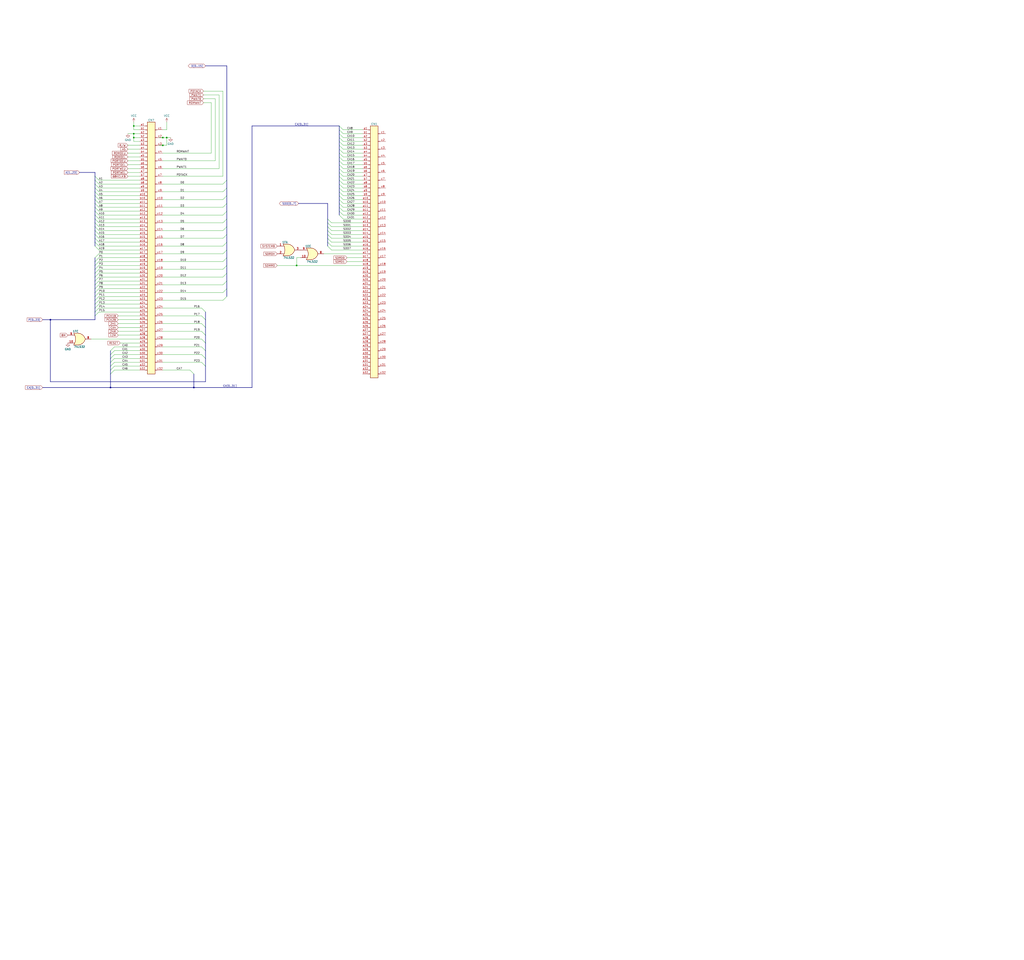
<source format=kicad_sch>
(kicad_sch (version 20230121) (generator eeschema)
  (paper "User" 670.814 629.361)
  (lib_symbols
    (symbol "0-Custom-SNK:DIN41612_03x32_AC" (pin_names (offset 1.016) hide)
      (property "Reference" "J" (at -2.54 86.36 0))
      (property "Value" "DIN41612_03x32_AC" (at 20.32 -5.08 0))
      (symbol "DIN41612_03x32_AC_1_1"
        (rectangle (start -3.81 -78.613) (end -2.54 -78.867) (stroke (width 0.1524)))
        (rectangle (start -3.81 -76.073) (end -2.54 -76.327) (stroke (width 0.1524)))
        (rectangle (start -3.81 -73.533) (end -2.54 -73.787) (stroke (width 0.1524)))
        (rectangle (start -3.81 -70.993) (end -2.54 -71.247) (stroke (width 0.1524)))
        (rectangle (start -3.81 -68.453) (end -2.54 -68.707) (stroke (width 0.1524)))
        (rectangle (start -3.81 -65.913) (end -2.54 -66.167) (stroke (width 0.1524)))
        (rectangle (start -3.81 -63.373) (end -2.54 -63.627) (stroke (width 0.1524)))
        (rectangle (start -3.81 -60.833) (end -2.54 -61.087) (stroke (width 0.1524)))
        (rectangle (start -3.81 -58.293) (end -2.54 -58.547) (stroke (width 0.1524)))
        (rectangle (start -3.81 -55.753) (end -2.54 -56.007) (stroke (width 0.1524)))
        (rectangle (start -3.81 -53.213) (end -2.54 -53.467) (stroke (width 0.1524)))
        (rectangle (start -3.81 -50.673) (end -2.54 -50.927) (stroke (width 0.1524)))
        (rectangle (start -3.81 -48.133) (end -2.54 -48.387) (stroke (width 0.1524)))
        (rectangle (start -3.81 -45.593) (end -2.54 -45.847) (stroke (width 0.1524)))
        (rectangle (start -3.81 -43.053) (end -2.54 -43.307) (stroke (width 0.1524)))
        (rectangle (start -3.81 -40.513) (end -2.54 -40.767) (stroke (width 0.1524)))
        (rectangle (start -3.81 -37.973) (end -2.54 -38.227) (stroke (width 0.1524)))
        (rectangle (start -3.81 -35.433) (end -2.54 -35.687) (stroke (width 0.1524)))
        (rectangle (start -3.81 -32.893) (end -2.54 -33.147) (stroke (width 0.1524)))
        (rectangle (start -3.81 -30.353) (end -2.54 -30.607) (stroke (width 0.1524)))
        (rectangle (start -3.81 -27.813) (end -2.54 -28.067) (stroke (width 0.1524)))
        (rectangle (start -3.81 -25.273) (end -2.54 -25.527) (stroke (width 0.1524)))
        (rectangle (start -3.81 -22.733) (end -2.54 -22.987) (stroke (width 0.1524)))
        (rectangle (start -3.81 -20.193) (end -2.54 -20.447) (stroke (width 0.1524)))
        (rectangle (start -3.81 -17.653) (end -2.54 -17.907) (stroke (width 0.1524)))
        (rectangle (start -3.81 -15.113) (end -2.54 -15.367) (stroke (width 0.1524)))
        (rectangle (start -3.81 -12.573) (end -2.54 -12.827) (stroke (width 0.1524)))
        (rectangle (start -3.81 -10.033) (end -2.54 -10.287) (stroke (width 0.1524)))
        (rectangle (start -3.81 -7.493) (end -2.54 -7.747) (stroke (width 0.1524)))
        (rectangle (start -3.81 -4.953) (end -2.54 -5.207) (stroke (width 0.1524)))
        (rectangle (start -3.81 -2.413) (end -2.54 -2.667) (stroke (width 0.1524)))
        (rectangle (start -3.81 0.127) (end -2.54 -0.127) (stroke (width 0.1524)))
        (rectangle (start -3.81 2.667) (end -2.54 2.413) (stroke (width 0.1524)))
        (rectangle (start -3.81 5.207) (end -2.54 4.953) (stroke (width 0.1524)))
        (rectangle (start -3.81 7.747) (end -2.54 7.493) (stroke (width 0.1524)))
        (rectangle (start -3.81 10.287) (end -2.54 10.033) (stroke (width 0.1524)))
        (rectangle (start -3.81 12.827) (end -2.54 12.573) (stroke (width 0.1524)))
        (rectangle (start -3.81 15.367) (end -2.54 15.113) (stroke (width 0.1524)))
        (rectangle (start -3.81 17.907) (end -2.54 17.653) (stroke (width 0.1524)))
        (rectangle (start -3.81 20.447) (end -2.54 20.193) (stroke (width 0.1524)))
        (rectangle (start -3.81 22.987) (end -2.54 22.733) (stroke (width 0.1524)))
        (rectangle (start -3.81 25.527) (end -2.54 25.273) (stroke (width 0.1524)))
        (rectangle (start -3.81 28.067) (end -2.54 27.813) (stroke (width 0.1524)))
        (rectangle (start -3.81 30.607) (end -2.54 30.353) (stroke (width 0.1524)))
        (rectangle (start -3.81 33.147) (end -2.54 32.893) (stroke (width 0.1524)))
        (rectangle (start -3.81 35.687) (end -2.54 35.433) (stroke (width 0.1524)))
        (rectangle (start -3.81 38.227) (end -2.54 37.973) (stroke (width 0.1524)))
        (rectangle (start -3.81 40.767) (end -2.54 40.513) (stroke (width 0.1524)))
        (rectangle (start -3.81 43.307) (end -2.54 43.053) (stroke (width 0.1524)))
        (rectangle (start -3.81 45.847) (end -2.54 45.593) (stroke (width 0.1524)))
        (rectangle (start -3.81 48.387) (end -2.54 48.133) (stroke (width 0.1524)))
        (rectangle (start -3.81 50.927) (end -2.54 50.673) (stroke (width 0.1524)))
        (rectangle (start -3.81 53.467) (end -2.54 53.213) (stroke (width 0.1524)))
        (rectangle (start -3.81 56.007) (end -2.54 55.753) (stroke (width 0.1524)))
        (rectangle (start -3.81 58.547) (end -2.54 58.293) (stroke (width 0.1524)))
        (rectangle (start -3.81 61.087) (end -2.54 60.833) (stroke (width 0.1524)))
        (rectangle (start -3.81 63.627) (end -2.54 63.373) (stroke (width 0.1524)))
        (rectangle (start -3.81 66.167) (end -2.54 65.913) (stroke (width 0.1524)))
        (rectangle (start -3.81 68.707) (end -2.54 68.453) (stroke (width 0.1524)))
        (rectangle (start -3.81 71.247) (end -2.54 70.993) (stroke (width 0.1524)))
        (rectangle (start -3.81 73.787) (end -2.54 73.533) (stroke (width 0.1524)))
        (rectangle (start -3.81 76.327) (end -2.54 76.073) (stroke (width 0.1524)))
        (rectangle (start -3.81 78.867) (end -2.54 78.613) (stroke (width 0.1524)))
        (rectangle (start -3.81 81.407) (end -2.54 81.153) (stroke (width 0.1524)))
        (rectangle (start -2.54 83.82) (end 2.54 -81.28) (stroke (width 0.254)) (fill (type background)))
        (rectangle (start 2.54 -73.533) (end 3.81 -73.787) (stroke (width 0.1524)))
        (rectangle (start 2.54 -68.453) (end 3.81 -68.707) (stroke (width 0.1524)))
        (rectangle (start 2.54 -48.133) (end 3.81 -48.387) (stroke (width 0.1524)))
        (rectangle (start 3.81 -78.613) (end 2.54 -78.867) (stroke (width 0.1524)))
        (rectangle (start 3.81 -63.373) (end 2.54 -63.627) (stroke (width 0.1524)))
        (rectangle (start 3.81 -58.293) (end 2.54 -58.547) (stroke (width 0.1524)))
        (rectangle (start 3.81 -53.213) (end 2.54 -53.467) (stroke (width 0.1524)))
        (rectangle (start 3.81 -43.053) (end 2.54 -43.307) (stroke (width 0.1524)))
        (rectangle (start 3.81 -37.973) (end 2.54 -38.227) (stroke (width 0.1524)))
        (rectangle (start 3.81 -32.893) (end 2.54 -33.147) (stroke (width 0.1524)))
        (rectangle (start 3.81 -27.813) (end 2.54 -28.067) (stroke (width 0.1524)))
        (rectangle (start 3.81 -22.733) (end 2.54 -22.987) (stroke (width 0.1524)))
        (rectangle (start 3.81 -17.653) (end 2.54 -17.907) (stroke (width 0.1524)))
        (rectangle (start 3.81 -12.573) (end 2.54 -12.827) (stroke (width 0.1524)))
        (rectangle (start 3.81 -7.493) (end 2.54 -7.747) (stroke (width 0.1524)))
        (rectangle (start 3.81 -2.413) (end 2.54 -2.667) (stroke (width 0.1524)))
        (rectangle (start 3.81 2.667) (end 2.54 2.413) (stroke (width 0.1524)))
        (rectangle (start 3.81 7.747) (end 2.54 7.493) (stroke (width 0.1524)))
        (rectangle (start 3.81 12.827) (end 2.54 12.573) (stroke (width 0.1524)))
        (rectangle (start 3.81 17.907) (end 2.54 17.653) (stroke (width 0.1524)))
        (rectangle (start 3.81 22.987) (end 2.54 22.733) (stroke (width 0.1524)))
        (rectangle (start 3.81 28.067) (end 2.54 27.813) (stroke (width 0.1524)))
        (rectangle (start 3.81 33.147) (end 2.54 32.893) (stroke (width 0.1524)))
        (rectangle (start 3.81 38.227) (end 2.54 37.973) (stroke (width 0.1524)))
        (rectangle (start 3.81 43.307) (end 2.54 43.053) (stroke (width 0.1524)))
        (rectangle (start 3.81 48.387) (end 2.54 48.133) (stroke (width 0.1524)))
        (rectangle (start 3.81 53.467) (end 2.54 53.213) (stroke (width 0.1524)))
        (rectangle (start 3.81 58.547) (end 2.54 58.293) (stroke (width 0.1524)))
        (rectangle (start 3.81 63.627) (end 2.54 63.373) (stroke (width 0.1524)))
        (rectangle (start 3.81 68.707) (end 2.54 68.453) (stroke (width 0.1524)))
        (rectangle (start 3.81 73.787) (end 2.54 73.533) (stroke (width 0.1524)))
        (rectangle (start 3.81 78.867) (end 2.54 78.613) (stroke (width 0.1524)))
        (pin passive line (at -7.62 81.28 0) (length 3.81) (name "Pin_a1") (number "a1"))
        (pin passive line (at -7.62 35.56 0) (length 3.81) (name "Pin_a10") (number "a10"))
        (pin passive line (at -7.62 30.48 0) (length 3.81) (name "Pin_a11") (number "a11"))
        (pin passive line (at -7.62 25.4 0) (length 3.81) (name "Pin_a12") (number "a12"))
        (pin passive line (at -7.62 20.32 0) (length 3.81) (name "Pin_a13") (number "a13"))
        (pin passive line (at -7.62 15.24 0) (length 3.81) (name "Pin_a14") (number "a14"))
        (pin passive line (at -7.62 10.16 0) (length 3.81) (name "Pin_a15") (number "a15"))
        (pin passive line (at -7.62 5.08 0) (length 3.81) (name "Pin_a16") (number "a16"))
        (pin passive line (at -7.62 0 0) (length 3.81) (name "Pin_a17") (number "a17"))
        (pin passive line (at -7.62 -5.08 0) (length 3.81) (name "Pin_a18") (number "a18"))
        (pin passive line (at -7.62 -10.16 0) (length 3.81) (name "Pin_a19") (number "a19"))
        (pin passive line (at -7.62 76.2 0) (length 3.81) (name "Pin_a2") (number "a2"))
        (pin passive line (at -7.62 -15.24 0) (length 3.81) (name "Pin_a20") (number "a20"))
        (pin passive line (at -7.62 -20.32 0) (length 3.81) (name "Pin_a21") (number "a21"))
        (pin passive line (at -7.62 -25.4 0) (length 3.81) (name "Pin_a22") (number "a22"))
        (pin passive line (at -7.62 -30.48 0) (length 3.81) (name "Pin_a23") (number "a23"))
        (pin passive line (at -7.62 -35.56 0) (length 3.81) (name "Pin_a24") (number "a24"))
        (pin passive line (at -7.62 -40.64 0) (length 3.81) (name "Pin_a25") (number "a25"))
        (pin passive line (at -7.62 -45.72 0) (length 3.81) (name "Pin_a26") (number "a26"))
        (pin passive line (at -7.62 -50.8 0) (length 3.81) (name "Pin_a27") (number "a27"))
        (pin passive line (at -7.62 -55.88 0) (length 3.81) (name "Pin_a28") (number "a28"))
        (pin passive line (at -7.62 -60.96 0) (length 3.81) (name "Pin_a29") (number "a29"))
        (pin passive line (at -7.62 71.12 0) (length 3.81) (name "Pin_a3") (number "a3"))
        (pin passive line (at -7.62 -66.04 0) (length 3.81) (name "Pin_a30") (number "a30"))
        (pin passive line (at -7.62 -71.12 0) (length 3.81) (name "Pin_a31") (number "a31"))
        (pin passive line (at -7.62 -76.2 0) (length 3.81) (name "Pin_a32") (number "a32"))
        (pin passive line (at -7.62 66.04 0) (length 3.81) (name "Pin_a4") (number "a4"))
        (pin passive line (at -7.62 60.96 0) (length 3.81) (name "Pin_a5") (number "a5"))
        (pin passive line (at -7.62 55.88 0) (length 3.81) (name "Pin_a6") (number "a6"))
        (pin passive line (at -7.62 50.8 0) (length 3.81) (name "Pin_a7") (number "a7"))
        (pin passive line (at -7.62 45.72 0) (length 3.81) (name "Pin_a8") (number "a8"))
        (pin passive line (at -7.62 40.64 0) (length 3.81) (name "Pin_a9") (number "a9"))
        (pin passive line (at -7.62 78.74 0) (length 3.81) (name "Pin_a1") (number "b1"))
        (pin passive line (at -7.62 33.02 0) (length 3.81) (name "Pin_a10") (number "b10"))
        (pin passive line (at -7.62 27.94 0) (length 3.81) (name "Pin_a11") (number "b11"))
        (pin passive line (at -7.62 22.86 0) (length 3.81) (name "Pin_a12") (number "b12"))
        (pin passive line (at -7.62 17.78 0) (length 3.81) (name "Pin_a13") (number "b13"))
        (pin passive line (at -7.62 12.7 0) (length 3.81) (name "Pin_a14") (number "b14"))
        (pin passive line (at -7.62 7.62 0) (length 3.81) (name "Pin_a15") (number "b15"))
        (pin passive line (at -7.62 2.54 0) (length 3.81) (name "Pin_a16") (number "b16"))
        (pin passive line (at -7.62 -2.54 0) (length 3.81) (name "Pin_a17") (number "b17"))
        (pin passive line (at -7.62 -7.62 0) (length 3.81) (name "Pin_a18") (number "b18"))
        (pin passive line (at -7.62 -12.7 0) (length 3.81) (name "Pin_a19") (number "b19"))
        (pin passive line (at -7.62 73.66 0) (length 3.81) (name "Pin_a2") (number "b2"))
        (pin passive line (at -7.62 -17.78 0) (length 3.81) (name "Pin_a20") (number "b20"))
        (pin passive line (at -7.62 -22.86 0) (length 3.81) (name "Pin_a21") (number "b21"))
        (pin passive line (at -7.62 -27.94 0) (length 3.81) (name "Pin_a22") (number "b22"))
        (pin passive line (at -7.62 -33.02 0) (length 3.81) (name "Pin_a23") (number "b23"))
        (pin passive line (at -7.62 -38.1 0) (length 3.81) (name "Pin_a24") (number "b24"))
        (pin passive line (at -7.62 -43.18 0) (length 3.81) (name "Pin_a25") (number "b25"))
        (pin passive line (at -7.62 -48.26 0) (length 3.81) (name "Pin_a26") (number "b26"))
        (pin passive line (at -7.62 -53.34 0) (length 3.81) (name "Pin_a27") (number "b27"))
        (pin passive line (at -7.62 -58.42 0) (length 3.81) (name "Pin_a28") (number "b28"))
        (pin passive line (at -7.62 -63.5 0) (length 3.81) (name "Pin_a29") (number "b29"))
        (pin passive line (at -7.62 68.58 0) (length 3.81) (name "Pin_a3") (number "b3"))
        (pin passive line (at -7.62 -68.58 0) (length 3.81) (name "Pin_a30") (number "b30"))
        (pin passive line (at -7.62 -73.66 0) (length 3.81) (name "Pin_a31") (number "b31"))
        (pin passive line (at -7.62 -78.74 0) (length 3.81) (name "Pin_a32") (number "b32"))
        (pin passive line (at -7.62 63.5 0) (length 3.81) (name "Pin_a4") (number "b4"))
        (pin passive line (at -7.62 58.42 0) (length 3.81) (name "Pin_a5") (number "b5"))
        (pin passive line (at -7.62 53.34 0) (length 3.81) (name "Pin_a6") (number "b6"))
        (pin passive line (at -7.62 48.26 0) (length 3.81) (name "Pin_a7") (number "b7"))
        (pin passive line (at -7.62 43.18 0) (length 3.81) (name "Pin_a8") (number "b8"))
        (pin passive line (at -7.62 38.1 0) (length 3.81) (name "Pin_a9") (number "b9"))
        (pin passive line (at 7.62 78.74 180) (length 3.81) (name "Pin_c1") (number "c1"))
        (pin passive line (at 7.62 33.02 180) (length 3.81) (name "Pin_c10") (number "c10"))
        (pin passive line (at 7.62 27.94 180) (length 3.81) (name "Pin_c11") (number "c11"))
        (pin passive line (at 7.62 22.86 180) (length 3.81) (name "Pin_c12") (number "c12"))
        (pin passive line (at 7.62 17.78 180) (length 3.81) (name "Pin_c13") (number "c13"))
        (pin passive line (at 7.62 12.7 180) (length 3.81) (name "Pin_c14") (number "c14"))
        (pin passive line (at 7.62 7.62 180) (length 3.81) (name "Pin_c15") (number "c15"))
        (pin passive line (at 7.62 2.54 180) (length 3.81) (name "Pin_c16") (number "c16"))
        (pin passive line (at 7.62 -2.54 180) (length 3.81) (name "Pin_c17") (number "c17"))
        (pin passive line (at 7.62 -7.62 180) (length 3.81) (name "Pin_c18") (number "c18"))
        (pin passive line (at 7.62 -12.7 180) (length 3.81) (name "Pin_c19") (number "c19"))
        (pin passive line (at 7.62 73.66 180) (length 3.81) (name "Pin_c2") (number "c2"))
        (pin passive line (at 7.62 -17.78 180) (length 3.81) (name "Pin_c20") (number "c20"))
        (pin passive line (at 7.62 -22.86 180) (length 3.81) (name "Pin_c21") (number "c21"))
        (pin passive line (at 7.62 -27.94 180) (length 3.81) (name "Pin_c22") (number "c22"))
        (pin passive line (at 7.62 -33.02 180) (length 3.81) (name "Pin_c23") (number "c23"))
        (pin passive line (at 7.62 -38.1 180) (length 3.81) (name "Pin_c24") (number "c24"))
        (pin passive line (at 7.62 -43.18 180) (length 3.81) (name "Pin_c25") (number "c25"))
        (pin passive line (at 7.62 -48.26 180) (length 3.81) (name "Pin_c26") (number "c26"))
        (pin passive line (at 7.62 -53.34 180) (length 3.81) (name "Pin_c27") (number "c27"))
        (pin passive line (at 7.62 -58.42 180) (length 3.81) (name "Pin_c28") (number "c28"))
        (pin passive line (at 7.62 -63.5 180) (length 3.81) (name "Pin_c29") (number "c29"))
        (pin passive line (at 7.62 68.58 180) (length 3.81) (name "Pin_c3") (number "c3"))
        (pin passive line (at 7.62 -68.58 180) (length 3.81) (name "Pin_c30") (number "c30"))
        (pin passive line (at 7.62 -73.66 180) (length 3.81) (name "Pin_c31") (number "c31"))
        (pin passive line (at 7.62 -78.74 180) (length 3.81) (name "Pin_c32") (number "c32"))
        (pin passive line (at 7.62 63.5 180) (length 3.81) (name "Pin_c4") (number "c4"))
        (pin passive line (at 7.62 58.42 180) (length 3.81) (name "Pin_c5") (number "c5"))
        (pin passive line (at 7.62 53.34 180) (length 3.81) (name "Pin_c6") (number "c6"))
        (pin passive line (at 7.62 48.26 180) (length 3.81) (name "Pin_c7") (number "c7"))
        (pin passive line (at 7.62 43.18 180) (length 3.81) (name "Pin_c8") (number "c8"))
        (pin passive line (at 7.62 38.1 180) (length 3.81) (name "Pin_c9") (number "c9"))
      )
    )
    (symbol "74xx:74LS32" (pin_names (offset 1.016))
      (property "Reference" "U" (at 0 1.27 0))
      (property "Value" "74LS32" (at 0 -1.27 0))
      (symbol "74LS32_1_1"
        (arc (start -3.81 -3.81) (mid -2.589 0) (end -3.81 3.81) (stroke (width 0.254)))
        (arc (start -0.6096 -3.81) (mid 2.1842 -2.5851) (end 3.81 0) (stroke (width 0.254)) (fill (type background)))
        (polyline (pts (xy -3.81 -3.81) (xy -0.635 -3.81)) (stroke (width 0.254)) (fill (type background)))
        (polyline (pts (xy -3.81 3.81) (xy -0.635 3.81)) (stroke (width 0.254)) (fill (type background)))
        (polyline (pts (xy -0.635 3.81) (xy -3.81 3.81) (xy -3.81 3.81) (xy -3.556 3.4036) (xy -3.0226 2.2606) (xy -2.6924 1.0414) (xy -2.6162 -0.254) (xy -2.7686 -1.4986) (xy -3.175 -2.7178) (xy -3.81 -3.81) (xy -3.81 -3.81) (xy -0.635 -3.81)) (stroke (width -25.4)) (fill (type background)))
        (arc (start 3.81 0) (mid 2.1915 2.5936) (end -0.6096 3.81) (stroke (width 0.254)) (fill (type background)))
        (pin input line (at -7.62 2.54 0) (length 4.318) (name "~") (number "1"))
        (pin input line (at -7.62 -2.54 0) (length 4.318) (name "~") (number "2"))
        (pin output line (at 7.62 0 180) (length 3.81) (name "~") (number "3"))
      )
      (symbol "74LS32_1_2"
        (arc (start 0 -3.81) (mid 3.7934 0) (end 0 3.81) (stroke (width 0.254)) (fill (type background)))
        (polyline (pts (xy 0 3.81) (xy -3.81 3.81) (xy -3.81 -3.81) (xy 0 -3.81)) (stroke (width 0.254)) (fill (type background)))
        (pin input inverted (at -7.62 2.54 0) (length 3.81) (name "~") (number "1"))
        (pin input inverted (at -7.62 -2.54 0) (length 3.81) (name "~") (number "2"))
        (pin output inverted (at 7.62 0 180) (length 3.81) (name "~") (number "3"))
      )
      (symbol "74LS32_2_1"
        (arc (start -3.81 -3.81) (mid -2.589 0) (end -3.81 3.81) (stroke (width 0.254)))
        (arc (start -0.6096 -3.81) (mid 2.1842 -2.5851) (end 3.81 0) (stroke (width 0.254)) (fill (type background)))
        (polyline (pts (xy -3.81 -3.81) (xy -0.635 -3.81)) (stroke (width 0.254)) (fill (type background)))
        (polyline (pts (xy -3.81 3.81) (xy -0.635 3.81)) (stroke (width 0.254)) (fill (type background)))
        (polyline (pts (xy -0.635 3.81) (xy -3.81 3.81) (xy -3.81 3.81) (xy -3.556 3.4036) (xy -3.0226 2.2606) (xy -2.6924 1.0414) (xy -2.6162 -0.254) (xy -2.7686 -1.4986) (xy -3.175 -2.7178) (xy -3.81 -3.81) (xy -3.81 -3.81) (xy -0.635 -3.81)) (stroke (width -25.4)) (fill (type background)))
        (arc (start 3.81 0) (mid 2.1915 2.5936) (end -0.6096 3.81) (stroke (width 0.254)) (fill (type background)))
        (pin input line (at -7.62 2.54 0) (length 4.318) (name "~") (number "4"))
        (pin input line (at -7.62 -2.54 0) (length 4.318) (name "~") (number "5"))
        (pin output line (at 7.62 0 180) (length 3.81) (name "~") (number "6"))
      )
      (symbol "74LS32_2_2"
        (arc (start 0 -3.81) (mid 3.7934 0) (end 0 3.81) (stroke (width 0.254)) (fill (type background)))
        (polyline (pts (xy 0 3.81) (xy -3.81 3.81) (xy -3.81 -3.81) (xy 0 -3.81)) (stroke (width 0.254)) (fill (type background)))
        (pin input inverted (at -7.62 2.54 0) (length 3.81) (name "~") (number "4"))
        (pin input inverted (at -7.62 -2.54 0) (length 3.81) (name "~") (number "5"))
        (pin output inverted (at 7.62 0 180) (length 3.81) (name "~") (number "6"))
      )
      (symbol "74LS32_3_1"
        (arc (start -3.81 -3.81) (mid -2.589 0) (end -3.81 3.81) (stroke (width 0.254)))
        (arc (start -0.6096 -3.81) (mid 2.1842 -2.5851) (end 3.81 0) (stroke (width 0.254)) (fill (type background)))
        (polyline (pts (xy -3.81 -3.81) (xy -0.635 -3.81)) (stroke (width 0.254)) (fill (type background)))
        (polyline (pts (xy -3.81 3.81) (xy -0.635 3.81)) (stroke (width 0.254)) (fill (type background)))
        (polyline (pts (xy -0.635 3.81) (xy -3.81 3.81) (xy -3.81 3.81) (xy -3.556 3.4036) (xy -3.0226 2.2606) (xy -2.6924 1.0414) (xy -2.6162 -0.254) (xy -2.7686 -1.4986) (xy -3.175 -2.7178) (xy -3.81 -3.81) (xy -3.81 -3.81) (xy -0.635 -3.81)) (stroke (width -25.4)) (fill (type background)))
        (arc (start 3.81 0) (mid 2.1915 2.5936) (end -0.6096 3.81) (stroke (width 0.254)) (fill (type background)))
        (pin input line (at -7.62 -2.54 0) (length 4.318) (name "~") (number "10"))
        (pin output line (at 7.62 0 180) (length 3.81) (name "~") (number "8"))
        (pin input line (at -7.62 2.54 0) (length 4.318) (name "~") (number "9"))
      )
      (symbol "74LS32_3_2"
        (arc (start 0 -3.81) (mid 3.7934 0) (end 0 3.81) (stroke (width 0.254)) (fill (type background)))
        (polyline (pts (xy 0 3.81) (xy -3.81 3.81) (xy -3.81 -3.81) (xy 0 -3.81)) (stroke (width 0.254)) (fill (type background)))
        (pin input inverted (at -7.62 -2.54 0) (length 3.81) (name "~") (number "10"))
        (pin output inverted (at 7.62 0 180) (length 3.81) (name "~") (number "8"))
        (pin input inverted (at -7.62 2.54 0) (length 3.81) (name "~") (number "9"))
      )
      (symbol "74LS32_4_1"
        (arc (start -3.81 -3.81) (mid -2.589 0) (end -3.81 3.81) (stroke (width 0.254)))
        (arc (start -0.6096 -3.81) (mid 2.1842 -2.5851) (end 3.81 0) (stroke (width 0.254)) (fill (type background)))
        (polyline (pts (xy -3.81 -3.81) (xy -0.635 -3.81)) (stroke (width 0.254)) (fill (type background)))
        (polyline (pts (xy -3.81 3.81) (xy -0.635 3.81)) (stroke (width 0.254)) (fill (type background)))
        (polyline (pts (xy -0.635 3.81) (xy -3.81 3.81) (xy -3.81 3.81) (xy -3.556 3.4036) (xy -3.0226 2.2606) (xy -2.6924 1.0414) (xy -2.6162 -0.254) (xy -2.7686 -1.4986) (xy -3.175 -2.7178) (xy -3.81 -3.81) (xy -3.81 -3.81) (xy -0.635 -3.81)) (stroke (width -25.4)) (fill (type background)))
        (arc (start 3.81 0) (mid 2.1915 2.5936) (end -0.6096 3.81) (stroke (width 0.254)) (fill (type background)))
        (pin output line (at 7.62 0 180) (length 3.81) (name "~") (number "11"))
        (pin input line (at -7.62 2.54 0) (length 4.318) (name "~") (number "12"))
        (pin input line (at -7.62 -2.54 0) (length 4.318) (name "~") (number "13"))
      )
      (symbol "74LS32_4_2"
        (arc (start 0 -3.81) (mid 3.7934 0) (end 0 3.81) (stroke (width 0.254)) (fill (type background)))
        (polyline (pts (xy 0 3.81) (xy -3.81 3.81) (xy -3.81 -3.81) (xy 0 -3.81)) (stroke (width 0.254)) (fill (type background)))
        (pin output inverted (at 7.62 0 180) (length 3.81) (name "~") (number "11"))
        (pin input inverted (at -7.62 2.54 0) (length 3.81) (name "~") (number "12"))
        (pin input inverted (at -7.62 -2.54 0) (length 3.81) (name "~") (number "13"))
      )
      (symbol "74LS32_5_0"
        (pin power_in line (at 0 12.7 270) (length 5.08) (name "VCC") (number "14"))
        (pin power_in line (at 0 -12.7 90) (length 5.08) (name "GND") (number "7"))
      )
      (symbol "74LS32_5_1"
        (rectangle (start -5.08 7.62) (end 5.08 -7.62) (stroke (width 0.254)) (fill (type background)))
      )
    )
    (symbol "power:GND" (power) (pin_names (offset 0))
      (property "Value" "GND" (at 0 -3.81 0))
      (symbol "GND_0_1"
        (polyline (pts (xy 0 0) (xy 0 -1.27) (xy 1.27 -1.27) (xy 0 -2.54) (xy -1.27 -1.27) (xy 0 -1.27)))
      )
      (symbol "GND_1_1"
        (pin power_in line (at 0 0 270) (length 0) hide (name "GND") (number "1"))
      )
    )
    (symbol "power:VCC" (power) (pin_names (offset 0))
      (property "Value" "VCC" (at 0 3.81 0))
      (symbol "VCC_0_1"
        (polyline (pts (xy -0.762 1.27) (xy 0 2.54)))
        (polyline (pts (xy 0 0) (xy 0 2.54)))
        (polyline (pts (xy 0 2.54) (xy 0.762 1.27)))
      )
      (symbol "VCC_1_1"
        (pin power_in line (at 0 0 90) (length 0) hide (name "VCC") (number "1"))
      )
    )
  )
  (junction (at 127 254))
  (junction (at 194.31 173.99))
  (junction (at 87.63 90.17))
  (junction (at 106.68 90.17))
  (junction (at 33.02 209.55))
  (junction (at 106.68 95.25))
  (junction (at 109.22 90.17))
  (junction (at 87.63 87.63))
  (junction (at 87.63 82.55))
  (junction (at 72.39 254))
  (bus_entry (at 62.23 148.59) (size 2.54 2.54))
  (bus_entry (at 62.23 161.29) (size 2.54 2.54))
  (bus_entry (at 134.62 204.47) (size -2.54 -2.54))
  (bus_entry (at 148.59 179.07) (size -2.54 2.54))
  (bus_entry (at 222.25 133.35) (size 2.54 2.54))
  (bus_entry (at 62.23 118.11) (size 2.54 2.54))
  (bus_entry (at 222.25 140.97) (size 2.54 2.54))
  (bus_entry (at 148.59 148.59) (size -2.54 2.54))
  (bus_entry (at 62.23 189.23) (size 2.54 -2.54))
  (bus_entry (at 62.23 204.47) (size 2.54 -2.54))
  (bus_entry (at 222.25 113.03) (size 2.54 2.54))
  (bus_entry (at 62.23 156.21) (size 2.54 2.54))
  (bus_entry (at 222.25 115.57) (size 2.54 2.54))
  (bus_entry (at 134.62 219.71) (size -2.54 -2.54))
  (bus_entry (at 62.23 143.51) (size 2.54 2.54))
  (bus_entry (at 62.23 181.61) (size 2.54 -2.54))
  (bus_entry (at 222.25 120.65) (size 2.54 2.54))
  (bus_entry (at 222.25 123.19) (size 2.54 2.54))
  (bus_entry (at 62.23 196.85) (size 2.54 -2.54))
  (bus_entry (at 62.23 194.31) (size 2.54 -2.54))
  (bus_entry (at 222.25 135.89) (size 2.54 2.54))
  (bus_entry (at 148.59 133.35) (size -2.54 2.54))
  (bus_entry (at 222.25 85.09) (size 2.54 2.54))
  (bus_entry (at 222.25 125.73) (size 2.54 2.54))
  (bus_entry (at 222.25 102.87) (size 2.54 2.54))
  (bus_entry (at 214.63 161.29) (size 2.54 2.54))
  (bus_entry (at 214.63 153.67) (size 2.54 2.54))
  (bus_entry (at 134.62 209.55) (size -2.54 -2.54))
  (bus_entry (at 148.59 138.43) (size -2.54 2.54))
  (bus_entry (at 134.62 234.95) (size -2.54 -2.54))
  (bus_entry (at 62.23 151.13) (size 2.54 2.54))
  (bus_entry (at 62.23 199.39) (size 2.54 -2.54))
  (bus_entry (at 62.23 153.67) (size 2.54 2.54))
  (bus_entry (at 148.59 194.31) (size -2.54 2.54))
  (bus_entry (at 62.23 186.69) (size 2.54 -2.54))
  (bus_entry (at 148.59 158.75) (size -2.54 2.54))
  (bus_entry (at 62.23 168.91) (size 2.54 -2.54))
  (bus_entry (at 62.23 123.19) (size 2.54 2.54))
  (bus_entry (at 148.59 168.91) (size -2.54 2.54))
  (bus_entry (at 62.23 171.45) (size 2.54 -2.54))
  (bus_entry (at 127 245.11) (size -2.54 -2.54))
  (bus_entry (at 222.25 130.81) (size 2.54 2.54))
  (bus_entry (at 72.39 245.11) (size 2.54 -2.54))
  (bus_entry (at 134.62 224.79) (size -2.54 -2.54))
  (bus_entry (at 62.23 201.93) (size 2.54 -2.54))
  (bus_entry (at 62.23 179.07) (size 2.54 -2.54))
  (bus_entry (at 62.23 138.43) (size 2.54 2.54))
  (bus_entry (at 62.23 158.75) (size 2.54 2.54))
  (bus_entry (at 72.39 240.03) (size 2.54 -2.54))
  (bus_entry (at 148.59 184.15) (size -2.54 2.54))
  (bus_entry (at 222.25 138.43) (size 2.54 2.54))
  (bus_entry (at 62.23 140.97) (size 2.54 2.54))
  (bus_entry (at 214.63 151.13) (size 2.54 2.54))
  (bus_entry (at 62.23 176.53) (size 2.54 -2.54))
  (bus_entry (at 62.23 130.81) (size 2.54 2.54))
  (bus_entry (at 148.59 173.99) (size -2.54 2.54))
  (bus_entry (at 62.23 184.15) (size 2.54 -2.54))
  (bus_entry (at 62.23 115.57) (size 2.54 2.54))
  (bus_entry (at 148.59 153.67) (size -2.54 2.54))
  (bus_entry (at 134.62 229.87) (size -2.54 -2.54))
  (bus_entry (at 148.59 128.27) (size -2.54 2.54))
  (bus_entry (at 222.25 107.95) (size 2.54 2.54))
  (bus_entry (at 62.23 128.27) (size 2.54 2.54))
  (bus_entry (at 134.62 240.03) (size -2.54 -2.54))
  (bus_entry (at 62.23 173.99) (size 2.54 -2.54))
  (bus_entry (at 222.25 90.17) (size 2.54 2.54))
  (bus_entry (at 148.59 143.51) (size -2.54 2.54))
  (bus_entry (at 222.25 118.11) (size 2.54 2.54))
  (bus_entry (at 134.62 214.63) (size -2.54 -2.54))
  (bus_entry (at 214.63 143.51) (size 2.54 2.54))
  (bus_entry (at 72.39 234.95) (size 2.54 -2.54))
  (bus_entry (at 62.23 125.73) (size 2.54 2.54))
  (bus_entry (at 62.23 191.77) (size 2.54 -2.54))
  (bus_entry (at 222.25 92.71) (size 2.54 2.54))
  (bus_entry (at 222.25 97.79) (size 2.54 2.54))
  (bus_entry (at 222.25 82.55) (size 2.54 2.54))
  (bus_entry (at 214.63 146.05) (size 2.54 2.54))
  (bus_entry (at 214.63 156.21) (size 2.54 2.54))
  (bus_entry (at 62.23 146.05) (size 2.54 2.54))
  (bus_entry (at 62.23 133.35) (size 2.54 2.54))
  (bus_entry (at 222.25 87.63) (size 2.54 2.54))
  (bus_entry (at 62.23 207.01) (size 2.54 -2.54))
  (bus_entry (at 148.59 123.19) (size -2.54 2.54))
  (bus_entry (at 62.23 120.65) (size 2.54 2.54))
  (bus_entry (at 148.59 189.23) (size -2.54 2.54))
  (bus_entry (at 214.63 158.75) (size 2.54 2.54))
  (bus_entry (at 222.25 100.33) (size 2.54 2.54))
  (bus_entry (at 72.39 242.57) (size 2.54 -2.54))
  (bus_entry (at 222.25 128.27) (size 2.54 2.54))
  (bus_entry (at 222.25 105.41) (size 2.54 2.54))
  (bus_entry (at 222.25 110.49) (size 2.54 2.54))
  (bus_entry (at 148.59 163.83) (size -2.54 2.54))
  (bus_entry (at 72.39 237.49) (size 2.54 -2.54))
  (bus_entry (at 214.63 148.59) (size 2.54 2.54))
  (bus_entry (at 62.23 135.89) (size 2.54 2.54))
  (bus_entry (at 72.39 229.87) (size 2.54 -2.54))
  (bus_entry (at 222.25 95.25) (size 2.54 2.54))
  (bus_entry (at 148.59 118.11) (size -2.54 2.54))
  (bus_entry (at 72.39 232.41) (size 2.54 -2.54))
  (wire (pts (xy 87.63 92.71) (xy 87.63 90.17)))
  (wire (pts (xy 106.68 201.93) (xy 132.08 201.93)))
  (wire (pts (xy 224.79 87.63) (xy 237.49 87.63)))
  (wire (pts (xy 87.63 90.17) (xy 91.44 90.17)))
  (bus (pts (xy 62.23 113.03) (xy 62.23 115.57)))
  (wire (pts (xy 224.79 95.25) (xy 237.49 95.25)))
  (bus (pts (xy 62.23 156.21) (xy 62.23 158.75)))
  (wire (pts (xy 83.82 97.79) (xy 91.44 97.79)))
  (wire (pts (xy 140.97 64.77) (xy 140.97 105.41)))
  (wire (pts (xy 224.79 85.09) (xy 237.49 85.09)))
  (bus (pts (xy 214.63 156.21) (xy 214.63 158.75)))
  (wire (pts (xy 138.43 100.33) (xy 106.68 100.33)))
  (wire (pts (xy 106.68 171.45) (xy 146.05 171.45)))
  (wire (pts (xy 106.68 135.89) (xy 146.05 135.89)))
  (bus (pts (xy 148.59 148.59) (xy 148.59 153.67)))
  (bus (pts (xy 62.23 209.55) (xy 62.23 207.01)))
  (wire (pts (xy 106.68 217.17) (xy 132.08 217.17)))
  (wire (pts (xy 64.77 171.45) (xy 91.44 171.45)))
  (bus (pts (xy 148.59 153.67) (xy 148.59 158.75)))
  (wire (pts (xy 74.93 234.95) (xy 91.44 234.95)))
  (wire (pts (xy 196.85 168.91) (xy 194.31 168.91)))
  (bus (pts (xy 165.1 254) (xy 165.1 82.55)))
  (bus (pts (xy 222.25 128.27) (xy 222.25 125.73)))
  (wire (pts (xy 133.35 59.69) (xy 146.05 59.69)))
  (bus (pts (xy 148.59 163.83) (xy 148.59 168.91)))
  (bus (pts (xy 222.25 118.11) (xy 222.25 115.57)))
  (wire (pts (xy 106.68 130.81) (xy 146.05 130.81)))
  (wire (pts (xy 83.82 115.57) (xy 91.44 115.57)))
  (bus (pts (xy 148.59 138.43) (xy 148.59 143.51)))
  (wire (pts (xy 106.68 151.13) (xy 146.05 151.13)))
  (wire (pts (xy 133.35 67.31) (xy 138.43 67.31)))
  (wire (pts (xy 217.17 161.29) (xy 237.49 161.29)))
  (wire (pts (xy 106.68 237.49) (xy 132.08 237.49)))
  (wire (pts (xy 83.82 100.33) (xy 91.44 100.33)))
  (wire (pts (xy 109.22 80.01) (xy 109.22 85.09)))
  (wire (pts (xy 224.79 123.19) (xy 237.49 123.19)))
  (bus (pts (xy 222.25 87.63) (xy 222.25 85.09)))
  (bus (pts (xy 62.23 173.99) (xy 62.23 176.53)))
  (wire (pts (xy 64.77 186.69) (xy 91.44 186.69)))
  (wire (pts (xy 224.79 133.35) (xy 237.49 133.35)))
  (wire (pts (xy 83.82 102.87) (xy 91.44 102.87)))
  (wire (pts (xy 64.77 199.39) (xy 91.44 199.39)))
  (bus (pts (xy 72.39 234.95) (xy 72.39 237.49)))
  (bus (pts (xy 222.25 92.71) (xy 222.25 90.17)))
  (bus (pts (xy 62.23 153.67) (xy 62.23 156.21)))
  (wire (pts (xy 64.77 194.31) (xy 91.44 194.31)))
  (wire (pts (xy 64.77 125.73) (xy 91.44 125.73)))
  (wire (pts (xy 224.79 138.43) (xy 237.49 138.43)))
  (bus (pts (xy 62.23 120.65) (xy 62.23 123.19)))
  (wire (pts (xy 64.77 135.89) (xy 91.44 135.89)))
  (wire (pts (xy 224.79 97.79) (xy 237.49 97.79)))
  (wire (pts (xy 224.79 115.57) (xy 237.49 115.57)))
  (bus (pts (xy 222.25 85.09) (xy 222.25 82.55)))
  (bus (pts (xy 62.23 196.85) (xy 62.23 199.39)))
  (wire (pts (xy 87.63 82.55) (xy 91.44 82.55)))
  (wire (pts (xy 83.82 105.41) (xy 91.44 105.41)))
  (wire (pts (xy 143.51 62.23) (xy 143.51 110.49)))
  (bus (pts (xy 72.39 245.11) (xy 72.39 254)))
  (wire (pts (xy 104.14 90.17) (xy 106.68 90.17)))
  (bus (pts (xy 148.59 43.18) (xy 148.59 118.11)))
  (bus (pts (xy 72.39 229.87) (xy 72.39 232.41)))
  (wire (pts (xy 224.79 110.49) (xy 237.49 110.49)))
  (bus (pts (xy 222.25 100.33) (xy 222.25 97.79)))
  (wire (pts (xy 106.68 191.77) (xy 146.05 191.77)))
  (bus (pts (xy 214.63 158.75) (xy 214.63 161.29)))
  (wire (pts (xy 83.82 113.03) (xy 91.44 113.03)))
  (bus (pts (xy 127 245.11) (xy 127 254)))
  (bus (pts (xy 222.25 120.65) (xy 222.25 118.11)))
  (wire (pts (xy 106.68 186.69) (xy 146.05 186.69)))
  (wire (pts (xy 74.93 242.57) (xy 91.44 242.57)))
  (bus (pts (xy 148.59 189.23) (xy 148.59 194.31)))
  (wire (pts (xy 224.79 105.41) (xy 237.49 105.41)))
  (wire (pts (xy 224.79 130.81) (xy 237.49 130.81)))
  (bus (pts (xy 148.59 123.19) (xy 148.59 128.27)))
  (bus (pts (xy 222.25 90.17) (xy 222.25 87.63)))
  (wire (pts (xy 64.77 118.11) (xy 91.44 118.11)))
  (wire (pts (xy 106.68 207.01) (xy 132.08 207.01)))
  (wire (pts (xy 224.79 100.33) (xy 237.49 100.33)))
  (wire (pts (xy 64.77 181.61) (xy 91.44 181.61)))
  (wire (pts (xy 64.77 196.85) (xy 91.44 196.85)))
  (wire (pts (xy 106.68 166.37) (xy 146.05 166.37)))
  (wire (pts (xy 224.79 120.65) (xy 237.49 120.65)))
  (bus (pts (xy 222.25 97.79) (xy 222.25 95.25)))
  (wire (pts (xy 224.79 92.71) (xy 237.49 92.71)))
  (wire (pts (xy 64.77 151.13) (xy 91.44 151.13)))
  (bus (pts (xy 222.25 110.49) (xy 222.25 107.95)))
  (wire (pts (xy 106.68 176.53) (xy 146.05 176.53)))
  (wire (pts (xy 224.79 107.95) (xy 237.49 107.95)))
  (wire (pts (xy 64.77 173.99) (xy 91.44 173.99)))
  (bus (pts (xy 214.63 133.35) (xy 214.63 143.51)))
  (bus (pts (xy 62.23 115.57) (xy 62.23 118.11)))
  (bus (pts (xy 62.23 186.69) (xy 62.23 189.23)))
  (bus (pts (xy 62.23 148.59) (xy 62.23 151.13)))
  (bus (pts (xy 72.39 232.41) (xy 72.39 234.95)))
  (wire (pts (xy 74.93 227.33) (xy 91.44 227.33)))
  (bus (pts (xy 214.63 148.59) (xy 214.63 151.13)))
  (bus (pts (xy 127 254) (xy 165.1 254)))
  (bus (pts (xy 62.23 123.19) (xy 62.23 125.73)))
  (bus (pts (xy 214.63 153.67) (xy 214.63 156.21)))
  (wire (pts (xy 224.79 102.87) (xy 237.49 102.87)))
  (wire (pts (xy 83.82 107.95) (xy 91.44 107.95)))
  (wire (pts (xy 83.82 110.49) (xy 91.44 110.49)))
  (bus (pts (xy 148.59 179.07) (xy 148.59 184.15)))
  (bus (pts (xy 33.02 209.55) (xy 33.02 250.19)))
  (bus (pts (xy 222.25 102.87) (xy 222.25 100.33)))
  (bus (pts (xy 62.23 201.93) (xy 62.23 204.47)))
  (wire (pts (xy 64.77 184.15) (xy 91.44 184.15)))
  (wire (pts (xy 64.77 130.81) (xy 91.44 130.81)))
  (wire (pts (xy 104.14 95.25) (xy 106.68 95.25)))
  (wire (pts (xy 74.93 229.87) (xy 91.44 229.87)))
  (bus (pts (xy 62.23 140.97) (xy 62.23 143.51)))
  (bus (pts (xy 148.59 118.11) (xy 148.59 123.19)))
  (bus (pts (xy 62.23 128.27) (xy 62.23 130.81)))
  (bus (pts (xy 222.25 130.81) (xy 222.25 128.27)))
  (bus (pts (xy 62.23 189.23) (xy 62.23 191.77)))
  (wire (pts (xy 106.68 95.25) (xy 109.22 95.25)))
  (wire (pts (xy 91.44 92.71) (xy 87.63 92.71)))
  (bus (pts (xy 134.62 219.71) (xy 134.62 224.79)))
  (bus (pts (xy 62.23 118.11) (xy 62.23 120.65)))
  (wire (pts (xy 227.33 171.45) (xy 237.49 171.45)))
  (wire (pts (xy 138.43 67.31) (xy 138.43 100.33)))
  (wire (pts (xy 64.77 153.67) (xy 91.44 153.67)))
  (wire (pts (xy 64.77 204.47) (xy 91.44 204.47)))
  (wire (pts (xy 64.77 133.35) (xy 91.44 133.35)))
  (wire (pts (xy 224.79 128.27) (xy 237.49 128.27)))
  (wire (pts (xy 217.17 151.13) (xy 237.49 151.13)))
  (bus (pts (xy 62.23 179.07) (xy 62.23 181.61)))
  (bus (pts (xy 62.23 191.77) (xy 62.23 194.31)))
  (wire (pts (xy 106.68 232.41) (xy 132.08 232.41)))
  (wire (pts (xy 224.79 135.89) (xy 237.49 135.89)))
  (wire (pts (xy 64.77 189.23) (xy 91.44 189.23)))
  (wire (pts (xy 91.44 85.09) (xy 87.63 85.09)))
  (wire (pts (xy 64.77 179.07) (xy 91.44 179.07)))
  (wire (pts (xy 87.63 90.17) (xy 87.63 87.63)))
  (bus (pts (xy 148.59 173.99) (xy 148.59 179.07)))
  (bus (pts (xy 134.62 234.95) (xy 134.62 240.03)))
  (wire (pts (xy 224.79 90.17) (xy 237.49 90.17)))
  (bus (pts (xy 62.23 130.81) (xy 62.23 133.35)))
  (wire (pts (xy 224.79 118.11) (xy 237.49 118.11)))
  (wire (pts (xy 217.17 156.21) (xy 237.49 156.21)))
  (bus (pts (xy 222.25 133.35) (xy 222.25 130.81)))
  (wire (pts (xy 64.77 161.29) (xy 91.44 161.29)))
  (wire (pts (xy 106.68 146.05) (xy 146.05 146.05)))
  (bus (pts (xy 222.25 138.43) (xy 222.25 135.89)))
  (bus (pts (xy 72.39 237.49) (xy 72.39 240.03)))
  (bus (pts (xy 62.23 133.35) (xy 62.23 135.89)))
  (wire (pts (xy 106.68 161.29) (xy 146.05 161.29)))
  (bus (pts (xy 62.23 138.43) (xy 62.23 140.97)))
  (bus (pts (xy 134.62 204.47) (xy 134.62 209.55)))
  (bus (pts (xy 134.62 209.55) (xy 134.62 214.63)))
  (wire (pts (xy 64.77 128.27) (xy 91.44 128.27)))
  (wire (pts (xy 64.77 168.91) (xy 91.44 168.91)))
  (bus (pts (xy 134.62 43.18) (xy 148.59 43.18)))
  (wire (pts (xy 91.44 87.63) (xy 87.63 87.63)))
  (bus (pts (xy 134.62 224.79) (xy 134.62 229.87)))
  (wire (pts (xy 217.17 153.67) (xy 237.49 153.67)))
  (bus (pts (xy 62.23 125.73) (xy 62.23 128.27)))
  (wire (pts (xy 133.35 64.77) (xy 140.97 64.77)))
  (bus (pts (xy 148.59 128.27) (xy 148.59 133.35)))
  (wire (pts (xy 224.79 143.51) (xy 237.49 143.51)))
  (bus (pts (xy 134.62 214.63) (xy 134.62 219.71)))
  (bus (pts (xy 33.02 209.55) (xy 62.23 209.55)))
  (wire (pts (xy 181.61 173.99) (xy 194.31 173.99)))
  (wire (pts (xy 237.49 173.99) (xy 194.31 173.99)))
  (wire (pts (xy 74.93 232.41) (xy 91.44 232.41)))
  (bus (pts (xy 62.23 151.13) (xy 62.23 153.67)))
  (wire (pts (xy 217.17 163.83) (xy 237.49 163.83)))
  (bus (pts (xy 134.62 240.03) (xy 134.62 250.19)))
  (wire (pts (xy 106.68 242.57) (xy 124.46 242.57)))
  (wire (pts (xy 106.68 120.65) (xy 146.05 120.65)))
  (wire (pts (xy 64.77 143.51) (xy 91.44 143.51)))
  (wire (pts (xy 106.68 125.73) (xy 146.05 125.73)))
  (wire (pts (xy 64.77 138.43) (xy 91.44 138.43)))
  (wire (pts (xy 224.79 140.97) (xy 237.49 140.97)))
  (bus (pts (xy 222.25 105.41) (xy 222.25 102.87)))
  (wire (pts (xy 106.68 196.85) (xy 146.05 196.85)))
  (bus (pts (xy 165.1 82.55) (xy 222.25 82.55)))
  (bus (pts (xy 62.23 135.89) (xy 62.23 138.43)))
  (wire (pts (xy 109.22 95.25) (xy 109.22 90.17)))
  (bus (pts (xy 27.94 254) (xy 72.39 254)))
  (bus (pts (xy 52.07 113.03) (xy 62.23 113.03)))
  (wire (pts (xy 87.63 85.09) (xy 87.63 82.55)))
  (bus (pts (xy 62.23 199.39) (xy 62.23 201.93)))
  (wire (pts (xy 64.77 201.93) (xy 91.44 201.93)))
  (wire (pts (xy 140.97 105.41) (xy 106.68 105.41)))
  (bus (pts (xy 62.23 204.47) (xy 62.23 207.01)))
  (wire (pts (xy 77.47 212.09) (xy 91.44 212.09)))
  (bus (pts (xy 62.23 146.05) (xy 62.23 148.59)))
  (wire (pts (xy 83.82 95.25) (xy 91.44 95.25)))
  (wire (pts (xy 77.47 209.55) (xy 91.44 209.55)))
  (wire (pts (xy 224.79 113.03) (xy 237.49 113.03)))
  (bus (pts (xy 72.39 240.03) (xy 72.39 242.57)))
  (wire (pts (xy 64.77 163.83) (xy 91.44 163.83)))
  (bus (pts (xy 134.62 229.87) (xy 134.62 234.95)))
  (wire (pts (xy 217.17 148.59) (xy 237.49 148.59)))
  (wire (pts (xy 64.77 123.19) (xy 91.44 123.19)))
  (wire (pts (xy 77.47 219.71) (xy 91.44 219.71)))
  (bus (pts (xy 222.25 135.89) (xy 222.25 133.35)))
  (bus (pts (xy 214.63 151.13) (xy 214.63 153.67)))
  (wire (pts (xy 146.05 115.57) (xy 106.68 115.57)))
  (wire (pts (xy 74.93 237.49) (xy 91.44 237.49)))
  (wire (pts (xy 227.33 168.91) (xy 237.49 168.91)))
  (wire (pts (xy 133.35 62.23) (xy 143.51 62.23)))
  (bus (pts (xy 127 254) (xy 72.39 254)))
  (bus (pts (xy 148.59 133.35) (xy 148.59 138.43)))
  (wire (pts (xy 77.47 217.17) (xy 91.44 217.17)))
  (wire (pts (xy 224.79 125.73) (xy 237.49 125.73)))
  (bus (pts (xy 214.63 143.51) (xy 214.63 146.05)))
  (wire (pts (xy 64.77 156.21) (xy 91.44 156.21)))
  (bus (pts (xy 33.02 250.19) (xy 134.62 250.19)))
  (wire (pts (xy 106.68 212.09) (xy 132.08 212.09)))
  (wire (pts (xy 77.47 214.63) (xy 91.44 214.63)))
  (wire (pts (xy 64.77 176.53) (xy 91.44 176.53)))
  (bus (pts (xy 62.23 143.51) (xy 62.23 146.05)))
  (wire (pts (xy 143.51 110.49) (xy 106.68 110.49)))
  (bus (pts (xy 222.25 123.19) (xy 222.25 120.65)))
  (bus (pts (xy 148.59 184.15) (xy 148.59 189.23)))
  (bus (pts (xy 62.23 194.31) (xy 62.23 196.85)))
  (bus (pts (xy 222.25 125.73) (xy 222.25 123.19)))
  (bus (pts (xy 62.23 181.61) (xy 62.23 184.15)))
  (wire (pts (xy 106.68 90.17) (xy 109.22 90.17)))
  (wire (pts (xy 64.77 140.97) (xy 91.44 140.97)))
  (wire (pts (xy 106.68 222.25) (xy 132.08 222.25)))
  (wire (pts (xy 109.22 90.17) (xy 111.76 90.17)))
  (wire (pts (xy 217.17 146.05) (xy 237.49 146.05)))
  (wire (pts (xy 217.17 158.75) (xy 237.49 158.75)))
  (bus (pts (xy 62.23 176.53) (xy 62.23 179.07)))
  (bus (pts (xy 62.23 168.91) (xy 62.23 171.45)))
  (wire (pts (xy 194.31 168.91) (xy 194.31 173.99)))
  (bus (pts (xy 148.59 143.51) (xy 148.59 148.59)))
  (bus (pts (xy 62.23 171.45) (xy 62.23 173.99)))
  (bus (pts (xy 222.25 95.25) (xy 222.25 92.71)))
  (wire (pts (xy 77.47 207.01) (xy 91.44 207.01)))
  (wire (pts (xy 78.74 224.79) (xy 91.44 224.79)))
  (wire (pts (xy 106.68 227.33) (xy 132.08 227.33)))
  (wire (pts (xy 64.77 148.59) (xy 91.44 148.59)))
  (wire (pts (xy 64.77 146.05) (xy 91.44 146.05)))
  (bus (pts (xy 148.59 158.75) (xy 148.59 163.83)))
  (wire (pts (xy 106.68 140.97) (xy 146.05 140.97)))
  (wire (pts (xy 87.63 87.63) (xy 83.82 87.63)))
  (wire (pts (xy 87.63 82.55) (xy 87.63 80.01)))
  (wire (pts (xy 64.77 120.65) (xy 91.44 120.65)))
  (wire (pts (xy 106.68 181.61) (xy 146.05 181.61)))
  (wire (pts (xy 109.22 85.09) (xy 106.68 85.09)))
  (bus (pts (xy 62.23 158.75) (xy 62.23 161.29)))
  (bus (pts (xy 195.58 133.35) (xy 214.63 133.35)))
  (wire (pts (xy 59.69 222.25) (xy 91.44 222.25)))
  (bus (pts (xy 148.59 168.91) (xy 148.59 173.99)))
  (bus (pts (xy 222.25 113.03) (xy 222.25 110.49)))
  (bus (pts (xy 222.25 115.57) (xy 222.25 113.03)))
  (wire (pts (xy 212.09 166.37) (xy 237.49 166.37)))
  (wire (pts (xy 64.77 158.75) (xy 91.44 158.75)))
  (wire (pts (xy 64.77 191.77) (xy 91.44 191.77)))
  (bus (pts (xy 27.94 209.55) (xy 33.02 209.55)))
  (bus (pts (xy 222.25 140.97) (xy 222.25 138.43)))
  (bus (pts (xy 62.23 184.15) (xy 62.23 186.69)))
  (wire (pts (xy 106.68 156.21) (xy 146.05 156.21)))
  (bus (pts (xy 222.25 107.95) (xy 222.25 105.41)))
  (bus (pts (xy 214.63 146.05) (xy 214.63 148.59)))
  (wire (pts (xy 64.77 166.37) (xy 91.44 166.37)))
  (wire (pts (xy 146.05 59.69) (xy 146.05 115.57)))
  (bus (pts (xy 72.39 242.57) (xy 72.39 245.11)))
  (wire (pts (xy 74.93 240.03) (xy 91.44 240.03)))
  (label "CA9" (at 227.33 87.63 0))
  (label "D2" (at 118.11 130.81 0))
  (label "CA0" (at 80.01 227.33 0))
  (label "SDD7" (at 224.79 163.83 0))
  (label "CA[0..31]" (at 193.04 82.55 0))
  (label "P16" (at 127 201.93 0))
  (label "CA28" (at 227.33 135.89 0))
  (label "P6" (at 64.77 181.61 0))
  (label "D10" (at 118.11 171.45 0))
  (label "D4" (at 118.11 140.97 0))
  (label "P18" (at 127 212.09 0))
  (label "P2" (at 64.77 171.45 0))
  (label "CA18" (at 227.33 110.49 0))
  (label "D0" (at 118.11 120.65 0))
  (label "CA26" (at 227.33 130.81 0))
  (label "A15" (at 64.77 153.67 0))
  (label "CA23" (at 227.33 123.19 0))
  (label "CA31" (at 227.33 143.51 0))
  (label "D6" (at 118.11 151.13 0))
  (label "P11" (at 64.77 194.31 0))
  (label "CA21" (at 227.33 118.11 0))
  (label "CA4" (at 80.01 237.49 0))
  (label "A4" (at 64.77 125.73 0))
  (label "CA2" (at 80.01 232.41 0))
  (label "P12" (at 64.77 196.85 0))
  (label "CA24" (at 227.33 125.73 0))
  (label "P13" (at 64.77 199.39 0))
  (label "CA25" (at 227.33 128.27 0))
  (label "P20" (at 127 222.25 0))
  (label "A18" (at 64.77 161.29 0))
  (label "A16" (at 64.77 156.21 0))
  (label "CA16" (at 227.33 105.41 0))
  (label "CA[0..31]" (at 146.05 254 0))
  (label "D15" (at 118.11 196.85 0))
  (label "P19" (at 127 217.17 0))
  (label "A13" (at 64.77 148.59 0))
  (label "PDTACK" (at 115.57 115.57 0))
  (label "CA8" (at 227.33 85.09 0))
  (label "CA15" (at 227.33 102.87 0))
  (label "A14" (at 64.77 151.13 0))
  (label "D11" (at 118.11 176.53 0))
  (label "SDD5" (at 224.79 158.75 0))
  (label "A19" (at 64.77 163.83 0))
  (label "CA12" (at 227.33 95.25 0))
  (label "P10" (at 64.77 191.77 0))
  (label "D14" (at 118.11 191.77 0))
  (label "P7" (at 64.77 184.15 0))
  (label "CA1" (at 80.01 229.87 0))
  (label "D8" (at 118.11 161.29 0))
  (label "CA20" (at 227.33 115.57 0))
  (label "P8" (at 64.77 186.69 0))
  (label "SDD0" (at 224.79 146.05 0))
  (label "CA30" (at 227.33 140.97 0))
  (label "P9" (at 64.77 189.23 0))
  (label "D9" (at 118.11 166.37 0))
  (label "P23" (at 127 237.49 0))
  (label "A9" (at 64.77 138.43 0))
  (label "A8" (at 64.77 135.89 0))
  (label "CA13" (at 227.33 97.79 0))
  (label "CA14" (at 227.33 100.33 0))
  (label "A17" (at 64.77 158.75 0))
  (label "PWAIT0" (at 115.57 105.41 0))
  (label "A7" (at 64.77 133.35 0))
  (label "D13" (at 118.11 186.69 0))
  (label "CA27" (at 227.33 133.35 0))
  (label "D5" (at 118.11 146.05 0))
  (label "SDD6" (at 224.79 161.29 0))
  (label "CA6" (at 80.01 242.57 0))
  (label "A6" (at 64.77 130.81 0))
  (label "CA3" (at 80.01 234.95 0))
  (label "CA19" (at 227.33 113.03 0))
  (label "A5" (at 64.77 128.27 0))
  (label "P5" (at 64.77 179.07 0))
  (label "P3" (at 64.77 173.99 0))
  (label "CA22" (at 227.33 120.65 0))
  (label "CA17" (at 227.33 107.95 0))
  (label "CA10" (at 227.33 90.17 0))
  (label "P15" (at 64.77 204.47 0))
  (label "A12" (at 64.77 146.05 0))
  (label "P17" (at 127 207.01 0))
  (label "SDD2" (at 224.79 151.13 0))
  (label "ROMWAIT" (at 115.57 100.33 0))
  (label "D1" (at 118.11 125.73 0))
  (label "D3" (at 118.11 135.89 0))
  (label "A11" (at 64.77 143.51 0))
  (label "CA5" (at 80.01 240.03 0))
  (label "SDD3" (at 224.79 153.67 0))
  (label "CA29" (at 227.33 138.43 0))
  (label "A1" (at 64.77 118.11 0))
  (label "P22" (at 127 232.41 0))
  (label "A2" (at 64.77 120.65 0))
  (label "SDD4" (at 224.79 156.21 0))
  (label "CA7" (at 115.57 242.57 0))
  (label "D7" (at 118.11 156.21 0))
  (label "P4" (at 64.77 176.53 0))
  (label "D12" (at 118.11 181.61 0))
  (label "P1" (at 64.77 168.91 0))
  (label "A3" (at 64.77 123.19 0))
  (label "CA11" (at 227.33 92.71 0))
  (label "PWAIT1" (at 115.57 110.49 0))
  (label "P21" (at 127 227.33 0))
  (label "P14" (at 64.77 201.93 0))
  (label "A10" (at 64.77 140.97 0))
  (label "SDD1" (at 224.79 148.59 0))
  (label "P0" (at 64.77 166.37 0))
  (global_label "PCK1B" (shape input) (at 77.47 207.01 180) (property "Intersheetrefs" "${INTERSHEET_REFS}" (at 68.1953 207.01 0) (effects (justify right))))
  (global_label "SDMRO" (shape input) (at 181.61 173.99 180) (property "Intersheetrefs" "${INTERSHEET_REFS}" (at 172.0329 173.99 0) (effects (justify right))))
  (global_label "CA[0..31]" (shape input) (at 27.94 254 180) (property "Intersheetrefs" "${INTERSHEET_REFS}" (at 16.0647 254 0) (effects (justify right))))
  (global_label "SYSTEMB" (shape input) (at 181.61 161.29 180) (property "Intersheetrefs" "${INTERSHEET_REFS}" (at 170.2792 161.29 0) (effects (justify right))))
  (global_label "ROMOEU" (shape input) (at 83.82 100.33 180) (property "Intersheetrefs" "${INTERSHEET_REFS}" (at 72.9729 100.33 0) (effects (justify right))))
  (global_label "PORTWEU" (shape input) (at 83.82 110.49 180) (property "Intersheetrefs" "${INTERSHEET_REFS}" (at 72.0658 110.49 0) (effects (justify right))))
  (global_label "PWAIT0" (shape input) (at 133.35 64.77 180) (property "Intersheetrefs" "${INTERSHEET_REFS}" (at 123.7729 64.77 0) (effects (justify right))))
  (global_label "24M" (shape input) (at 77.47 217.17 180) (property "Intersheetrefs" "${INTERSHEET_REFS}" (at 70.6144 217.17 0) (effects (justify right))))
  (global_label "ROMOEL" (shape input) (at 83.82 102.87 180) (property "Intersheetrefs" "${INTERSHEET_REFS}" (at 73.2753 102.87 0) (effects (justify right))))
  (global_label "AS" (shape input) (at 83.82 97.79 180) (property "Intersheetrefs" "${INTERSHEET_REFS}" (at 78.5367 97.79 0) (effects (justify right))))
  (global_label "12M" (shape input) (at 77.47 219.71 180) (property "Intersheetrefs" "${INTERSHEET_REFS}" (at 70.6144 219.71 0) (effects (justify right))))
  (global_label "ROMWAIT" (shape input) (at 133.35 67.31 180) (property "Intersheetrefs" "${INTERSHEET_REFS}" (at 122.2005 67.31 0) (effects (justify right))))
  (global_label "P[0..23]" (shape input) (at 27.94 209.55 180) (property "Intersheetrefs" "${INTERSHEET_REFS}" (at 17.1533 209.55 0) (effects (justify right))))
  (global_label "SDRD0" (shape input) (at 227.33 168.91 180) (property "Intersheetrefs" "${INTERSHEET_REFS}" (at 218.1158 168.91 0) (effects (justify right))))
  (global_label "SDRD1" (shape input) (at 227.33 171.45 180) (property "Intersheetrefs" "${INTERSHEET_REFS}" (at 218.1158 171.45 0) (effects (justify right))))
  (global_label "RESET" (shape input) (at 78.74 224.79 180) (property "Intersheetrefs" "${INTERSHEET_REFS}" (at 70.0097 224.79 0) (effects (justify right))))
  (global_label "SDROH" (shape input) (at 181.61 166.37 180) (property "Intersheetrefs" "${INTERSHEET_REFS}" (at 172.2143 166.37 0) (effects (justify right))))
  (global_label "PORTOEL" (shape input) (at 83.82 107.95 180) (property "Intersheetrefs" "${INTERSHEET_REFS}" (at 72.4891 107.95 0) (effects (justify right))))
  (global_label "8M" (shape input) (at 44.45 219.71 180) (property "Intersheetrefs" "${INTERSHEET_REFS}" (at 38.8039 219.71 0) (effects (justify right))))
  (global_label "2H1" (shape input) (at 77.47 212.09 180) (property "Intersheetrefs" "${INTERSHEET_REFS}" (at 70.7353 212.09 0) (effects (justify right))))
  (global_label "PDTACK" (shape input) (at 133.35 59.69 180) (property "Intersheetrefs" "${INTERSHEET_REFS}" (at 123.2286 59.69 0) (effects (justify right))))
  (global_label "PWAIT1" (shape input) (at 133.35 62.23 180) (property "Intersheetrefs" "${INTERSHEET_REFS}" (at 123.7729 62.23 0) (effects (justify right))))
  (global_label "CA4" (shape input) (at 77.47 214.63 180) (property "Intersheetrefs" "${INTERSHEET_REFS}" (at 70.9167 214.63 0) (effects (justify right))))
  (global_label "D[0..15]" (shape bidirectional) (at 134.62 43.18 180) (property "Intersheetrefs" "${INTERSHEET_REFS}" (at 122.722 43.18 0) (effects (justify right))))
  (global_label "PCK2B" (shape input) (at 77.47 209.55 180) (property "Intersheetrefs" "${INTERSHEET_REFS}" (at 68.1953 209.55 0) (effects (justify right))))
  (global_label "R{slash}W" (shape input) (at 83.82 95.25 180) (property "Intersheetrefs" "${INTERSHEET_REFS}" (at 76.7829 95.25 0) (effects (justify right))))
  (global_label "68KCLKB" (shape input) (at 83.82 115.57 180) (property "Intersheetrefs" "${INTERSHEET_REFS}" (at 72.3077 115.57 0) (effects (justify right))))
  (global_label "PORTOEU" (shape input) (at 83.82 105.41 180) (property "Intersheetrefs" "${INTERSHEET_REFS}" (at 72.1867 105.41 0) (effects (justify right))))
  (global_label "PORTWEL" (shape input) (at 83.82 113.03 180) (property "Intersheetrefs" "${INTERSHEET_REFS}" (at 72.3682 113.03 0) (effects (justify right))))
  (global_label "SDD[0..7]" (shape bidirectional) (at 195.58 133.35 180) (property "Intersheetrefs" "${INTERSHEET_REFS}" (at 182.412 133.35 0) (effects (justify right))))
  (global_label "A[1..23]" (shape input) (at 52.07 113.03 180) (property "Intersheetrefs" "${INTERSHEET_REFS}" (at 41.4647 113.03 0) (effects (justify right))))
  (symbol (lib_id "0-Custom-SNK:DIN41612_03x32_AC") (at 99.06 163.83 0) (unit 1)
    (property "Reference" "CN7" (at 99.06 78.74 0))
    (property "Value" "DIN41612_03x32_AC" (effects hide))
  )
  (symbol (lib_id "74xx:74LS32") (at 52.07 222.25 0) (unit 3)
    (property "Reference" "1F" (at 49.53 217.17 0))
    (property "Value" "74LS32" (at 52.07 227.33 0))
    (property "Datasheet" "http://www.ti.com/lit/gpn/sn74LS32" (effects hide))
  )
  (symbol (lib_id "power:VCC") (at 87.63 80.01 0) (unit 1)
    (property "Reference" "#PWR0139" (effects hide))
    (property "Value" "VCC" (at 87.63 75.8769 0))
  )
  (symbol (lib_id "power:GND") (at 44.45 224.79 0) (unit 1)
    (property "Reference" "#PWR0140" (effects hide))
    (property "Value" "GND" (at 44.45 228.9231 0))
  )
  (symbol (lib_id "power:GND") (at 83.82 87.63 0) (unit 1)
    (property "Reference" "#PWR0138" (effects hide))
    (property "Value" "GND" (at 83.82 91.7631 0))
  )
  (symbol (lib_id "74xx:74LS32") (at 204.47 166.37 0) (unit 3)
    (property "Reference" "1E" (at 201.93 161.29 0))
    (property "Value" "74LS32" (at 204.47 171.45 0))
    (property "Datasheet" "http://www.ti.com/lit/gpn/sn74LS32" (effects hide))
  )
  (symbol (lib_id "0-Custom-SNK:DIN41612_03x32_AC") (at 245.11 166.37 0) (unit 1)
    (property "Reference" "CN1" (at 245.11 81.28 0))
    (property "Value" "DIN41612_03x32_AC" (effects hide))
  )
  (symbol (lib_id "74xx:74LS32") (at 189.23 163.83 0) (unit 1)
    (property "Reference" "1F" (at 186.69 158.75 0))
    (property "Value" "74LS32" (at 189.23 168.91 0))
    (property "Datasheet" "http://www.ti.com/lit/gpn/sn74LS32" (effects hide))
  )
  (symbol (lib_id "power:VCC") (at 109.22 80.01 0) (unit 1)
    (property "Reference" "#PWR0141" (effects hide))
    (property "Value" "VCC" (at 109.22 75.8769 0))
  )
  (symbol (lib_id "power:GND") (at 111.76 90.17 0) (unit 1)
    (property "Reference" "#PWR0142" (effects hide))
    (property "Value" "GND" (at 111.76 94.3031 0))
  )
)
</source>
